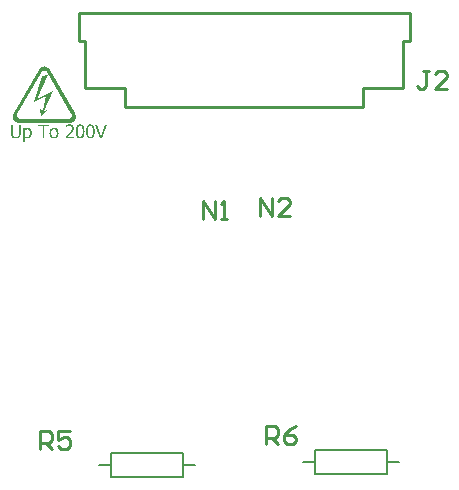
<source format=gto>
G04*
G04 #@! TF.GenerationSoftware,Altium Limited,Altium Designer,18.1.7 (191)*
G04*
G04 Layer_Color=65535*
%FSLAX25Y25*%
%MOIN*%
G70*
G01*
G75*
%ADD10C,0.01000*%
%ADD11C,0.00787*%
G36*
X341281Y328475D02*
X341331Y328469D01*
X341388Y328456D01*
X341450Y328444D01*
X341519Y328425D01*
X341587Y328400D01*
X341663Y328369D01*
X341738Y328331D01*
X341812Y328288D01*
X341887Y328231D01*
X341963Y328169D01*
X342031Y328100D01*
X342094Y328019D01*
X342100Y328012D01*
X342106Y328000D01*
X342125Y327969D01*
X342144Y327938D01*
X342169Y327888D01*
X342200Y327831D01*
X342231Y327769D01*
X342263Y327694D01*
X342287Y327606D01*
X342319Y327513D01*
X342350Y327413D01*
X342375Y327300D01*
X342394Y327181D01*
X342412Y327056D01*
X342419Y326925D01*
X342425Y326781D01*
Y326769D01*
Y326744D01*
Y326700D01*
X342419Y326644D01*
X342412Y326569D01*
X342406Y326487D01*
X342394Y326394D01*
X342375Y326294D01*
X342325Y326081D01*
X342294Y325969D01*
X342256Y325856D01*
X342206Y325744D01*
X342150Y325631D01*
X342088Y325531D01*
X342019Y325431D01*
X342013Y325425D01*
X342000Y325413D01*
X341975Y325388D01*
X341944Y325356D01*
X341906Y325312D01*
X341856Y325275D01*
X341800Y325225D01*
X341738Y325181D01*
X341669Y325137D01*
X341587Y325087D01*
X341506Y325050D01*
X341412Y325012D01*
X341319Y324975D01*
X341219Y324950D01*
X341106Y324938D01*
X340994Y324931D01*
X340950D01*
X340900Y324938D01*
X340844D01*
X340769Y324944D01*
X340694Y324956D01*
X340544Y324988D01*
X340538D01*
X340512Y325000D01*
X340475Y325012D01*
X340425Y325031D01*
X340363Y325056D01*
X340294Y325087D01*
X340150Y325163D01*
Y323750D01*
X339581D01*
Y328387D01*
X340150D01*
Y328031D01*
X340162Y328038D01*
X340188Y328063D01*
X340231Y328100D01*
X340287Y328144D01*
X340356Y328194D01*
X340438Y328244D01*
X340525Y328300D01*
X340619Y328350D01*
X340631Y328356D01*
X340663Y328369D01*
X340719Y328394D01*
X340788Y328419D01*
X340875Y328437D01*
X340969Y328463D01*
X341075Y328475D01*
X341188Y328481D01*
X341244D01*
X341281Y328475D01*
D02*
G37*
G36*
X365844Y325000D02*
X365194D01*
X363644Y329519D01*
X364281Y329519D01*
X365531Y325769D01*
X366781Y329519D01*
X367400D01*
X365844Y325000D01*
D02*
G37*
G36*
X338762Y326694D02*
Y326688D01*
Y326675D01*
Y326650D01*
Y326612D01*
Y326575D01*
X338756Y326525D01*
X338750Y326419D01*
X338738Y326294D01*
X338719Y326156D01*
X338694Y326019D01*
X338663Y325887D01*
Y325881D01*
X338656Y325875D01*
X338650Y325856D01*
X338644Y325831D01*
X338619Y325769D01*
X338587Y325688D01*
X338544Y325600D01*
X338481Y325506D01*
X338412Y325413D01*
X338331Y325319D01*
X338319Y325312D01*
X338294Y325288D01*
X338250Y325250D01*
X338188Y325200D01*
X338112Y325150D01*
X338025Y325100D01*
X337931Y325050D01*
X337825Y325006D01*
X337812Y325000D01*
X337775Y324994D01*
X337713Y324975D01*
X337631Y324956D01*
X337531Y324938D01*
X337413Y324925D01*
X337275Y324913D01*
X337125Y324906D01*
X337056D01*
X337025Y324913D01*
X336987D01*
X336894Y324919D01*
X336781Y324931D01*
X336669Y324950D01*
X336550Y324975D01*
X336431Y325006D01*
X336425D01*
X336419Y325012D01*
X336381Y325025D01*
X336325Y325050D01*
X336256Y325087D01*
X336181Y325131D01*
X336094Y325181D01*
X336006Y325244D01*
X335925Y325319D01*
X335912Y325331D01*
X335888Y325362D01*
X335844Y325413D01*
X335800Y325481D01*
X335744Y325563D01*
X335687Y325656D01*
X335637Y325763D01*
X335594Y325881D01*
Y325887D01*
X335588Y325894D01*
Y325912D01*
X335581Y325944D01*
X335575Y325975D01*
X335562Y326012D01*
X335550Y326106D01*
X335531Y326225D01*
X335512Y326362D01*
X335506Y326519D01*
X335500Y326694D01*
Y329519D01*
X336100D01*
Y326700D01*
Y326694D01*
Y326688D01*
Y326650D01*
Y326588D01*
X336106Y326519D01*
Y326437D01*
X336119Y326350D01*
X336125Y326256D01*
X336138Y326175D01*
Y326169D01*
X336144Y326137D01*
X336156Y326100D01*
X336169Y326050D01*
X336194Y325988D01*
X336219Y325925D01*
X336256Y325856D01*
X336294Y325794D01*
X336300Y325787D01*
X336319Y325763D01*
X336344Y325731D01*
X336381Y325694D01*
X336425Y325650D01*
X336481Y325600D01*
X336544Y325556D01*
X336619Y325519D01*
X336631Y325513D01*
X336656Y325506D01*
X336700Y325487D01*
X336762Y325475D01*
X336831Y325456D01*
X336919Y325437D01*
X337019Y325431D01*
X337125Y325425D01*
X337175D01*
X337225Y325431D01*
X337294Y325437D01*
X337369Y325450D01*
X337456Y325463D01*
X337544Y325487D01*
X337625Y325519D01*
X337637Y325525D01*
X337663Y325537D01*
X337700Y325556D01*
X337750Y325588D01*
X337806Y325625D01*
X337862Y325675D01*
X337913Y325731D01*
X337963Y325794D01*
X337969Y325800D01*
X337981Y325825D01*
X338000Y325856D01*
X338025Y325906D01*
X338050Y325962D01*
X338075Y326025D01*
X338100Y326094D01*
X338119Y326169D01*
Y326181D01*
X338125Y326206D01*
X338131Y326250D01*
X338144Y326312D01*
X338150Y326388D01*
X338156Y326475D01*
X338162Y326575D01*
Y326688D01*
Y329519D01*
X338762D01*
Y326694D01*
D02*
G37*
G36*
X355175Y329606D02*
X355225Y329600D01*
X355288Y329594D01*
X355356Y329588D01*
X355431Y329569D01*
X355588Y329531D01*
X355750Y329469D01*
X355831Y329431D01*
X355912Y329387D01*
X355988Y329338D01*
X356056Y329275D01*
X356063Y329269D01*
X356075Y329262D01*
X356087Y329238D01*
X356113Y329212D01*
X356137Y329181D01*
X356169Y329137D01*
X356206Y329087D01*
X356238Y329037D01*
X356269Y328975D01*
X356306Y328906D01*
X356337Y328831D01*
X356363Y328750D01*
X356387Y328662D01*
X356406Y328569D01*
X356413Y328469D01*
X356419Y328362D01*
Y328350D01*
Y328319D01*
Y328269D01*
X356413Y328206D01*
X356406Y328131D01*
X356394Y328044D01*
X356356Y327875D01*
Y327863D01*
X356344Y327837D01*
X356331Y327794D01*
X356312Y327737D01*
X356288Y327675D01*
X356256Y327606D01*
X356181Y327463D01*
X356175Y327456D01*
X356163Y327431D01*
X356137Y327387D01*
X356106Y327338D01*
X356069Y327281D01*
X356019Y327213D01*
X355912Y327069D01*
X355906Y327063D01*
X355888Y327038D01*
X355856Y327000D01*
X355813Y326950D01*
X355763Y326894D01*
X355706Y326825D01*
X355581Y326688D01*
Y326681D01*
X355569Y326675D01*
X355550Y326656D01*
X355531Y326631D01*
X355475Y326569D01*
X355394Y326487D01*
X355300Y326394D01*
X355194Y326281D01*
X355069Y326169D01*
X354944Y326044D01*
X354938Y326038D01*
X354931Y326031D01*
X354912Y326012D01*
X354888Y325988D01*
X354825Y325931D01*
X354744Y325856D01*
X354650Y325769D01*
X354556Y325681D01*
X354469Y325600D01*
X354381Y325519D01*
X356606D01*
Y325000D01*
X353819D01*
Y325631D01*
X353825Y325638D01*
X353831Y325644D01*
X353869Y325681D01*
X353925Y325738D01*
X354000Y325806D01*
X354087Y325887D01*
X354181Y325981D01*
X354381Y326175D01*
X354387Y326181D01*
X354394Y326187D01*
X354425Y326219D01*
X354481Y326275D01*
X354550Y326344D01*
X354625Y326425D01*
X354719Y326519D01*
X354813Y326619D01*
X354906Y326725D01*
X354912Y326731D01*
X354931Y326750D01*
X354956Y326781D01*
X354988Y326819D01*
X355031Y326869D01*
X355081Y326925D01*
X355131Y326988D01*
X355188Y327050D01*
X355300Y327194D01*
X355419Y327350D01*
X355525Y327494D01*
X355569Y327569D01*
X355606Y327631D01*
Y327638D01*
X355612Y327650D01*
X355625Y327662D01*
X355638Y327694D01*
X355669Y327756D01*
X355706Y327850D01*
X355737Y327956D01*
X355769Y328075D01*
X355794Y328206D01*
X355800Y328338D01*
Y328344D01*
Y328369D01*
Y328406D01*
X355794Y328450D01*
X355787Y328506D01*
X355775Y328556D01*
X355737Y328669D01*
Y328675D01*
X355725Y328694D01*
X355713Y328719D01*
X355694Y328750D01*
X355644Y328831D01*
X355575Y328906D01*
X355569Y328912D01*
X355556Y328919D01*
X355531Y328938D01*
X355506Y328956D01*
X355469Y328981D01*
X355425Y329006D01*
X355325Y329044D01*
X355319D01*
X355300Y329050D01*
X355275Y329063D01*
X355238Y329069D01*
X355194Y329081D01*
X355144Y329087D01*
X355025Y329094D01*
X354962D01*
X354925Y329087D01*
X354875Y329081D01*
X354819Y329075D01*
X354694Y329050D01*
X354688D01*
X354669Y329044D01*
X354638Y329031D01*
X354594Y329019D01*
X354544Y329006D01*
X354494Y328988D01*
X354381Y328944D01*
X354375D01*
X354356Y328938D01*
X354331Y328925D01*
X354300Y328912D01*
X354219Y328869D01*
X354131Y328819D01*
X354125D01*
X354113Y328806D01*
X354094Y328794D01*
X354069Y328775D01*
X354006Y328737D01*
X353944Y328694D01*
X353912D01*
Y329338D01*
X353919Y329344D01*
X353950Y329356D01*
X353988Y329375D01*
X354050Y329394D01*
X354119Y329425D01*
X354212Y329456D01*
X354312Y329487D01*
X354431Y329519D01*
X354437D01*
X354444Y329525D01*
X354463D01*
X354487Y329531D01*
X354556Y329550D01*
X354638Y329569D01*
X354737Y329581D01*
X354844Y329600D01*
X354956Y329606D01*
X355069Y329612D01*
X355131D01*
X355175Y329606D01*
D02*
G37*
G36*
X348175Y328988D02*
X346656D01*
Y325000D01*
X346056D01*
Y328988D01*
X344537D01*
Y329519D01*
X348175D01*
Y328988D01*
D02*
G37*
G36*
X362037Y329606D02*
X362094D01*
X362150Y329594D01*
X362225Y329581D01*
X362300Y329562D01*
X362387Y329538D01*
X362475Y329506D01*
X362562Y329469D01*
X362656Y329419D01*
X362744Y329363D01*
X362831Y329300D01*
X362913Y329219D01*
X362994Y329131D01*
X363063Y329025D01*
X363069Y329019D01*
X363075Y329000D01*
X363094Y328962D01*
X363119Y328912D01*
X363144Y328850D01*
X363175Y328775D01*
X363206Y328688D01*
X363238Y328581D01*
X363269Y328469D01*
X363300Y328338D01*
X363331Y328187D01*
X363356Y328031D01*
X363381Y327856D01*
X363400Y327669D01*
X363406Y327469D01*
X363412Y327256D01*
Y327250D01*
Y327244D01*
Y327225D01*
Y327206D01*
Y327144D01*
X363406Y327056D01*
X363400Y326956D01*
X363394Y326844D01*
X363381Y326719D01*
X363369Y326581D01*
X363350Y326437D01*
X363325Y326288D01*
X363300Y326137D01*
X363263Y325994D01*
X363219Y325850D01*
X363175Y325712D01*
X363119Y325588D01*
X363056Y325475D01*
X363050Y325469D01*
X363037Y325450D01*
X363019Y325425D01*
X362987Y325388D01*
X362950Y325344D01*
X362906Y325294D01*
X362850Y325244D01*
X362788Y325194D01*
X362713Y325137D01*
X362637Y325087D01*
X362544Y325038D01*
X362450Y324994D01*
X362344Y324956D01*
X362225Y324931D01*
X362100Y324913D01*
X361969Y324906D01*
X361937D01*
X361900Y324913D01*
X361844D01*
X361781Y324925D01*
X361713Y324938D01*
X361637Y324956D01*
X361550Y324981D01*
X361462Y325006D01*
X361369Y325044D01*
X361281Y325094D01*
X361188Y325150D01*
X361100Y325213D01*
X361019Y325294D01*
X360938Y325381D01*
X360869Y325481D01*
X360862Y325487D01*
X360856Y325506D01*
X360838Y325544D01*
X360812Y325594D01*
X360788Y325650D01*
X360763Y325731D01*
X360731Y325819D01*
X360700Y325919D01*
X360663Y326038D01*
X360631Y326169D01*
X360606Y326319D01*
X360581Y326475D01*
X360556Y326650D01*
X360538Y326837D01*
X360531Y327038D01*
X360525Y327256D01*
Y327262D01*
Y327269D01*
Y327288D01*
Y327312D01*
Y327375D01*
X360531Y327456D01*
X360538Y327556D01*
X360544Y327675D01*
X360556Y327800D01*
X360569Y327938D01*
X360588Y328081D01*
X360613Y328231D01*
X360675Y328525D01*
X360713Y328669D01*
X360763Y328806D01*
X360812Y328931D01*
X360875Y329044D01*
X360881Y329050D01*
X360894Y329069D01*
X360912Y329094D01*
X360944Y329131D01*
X360981Y329175D01*
X361025Y329225D01*
X361081Y329275D01*
X361144Y329331D01*
X361219Y329381D01*
X361300Y329431D01*
X361387Y329481D01*
X361488Y329525D01*
X361594Y329562D01*
X361713Y329588D01*
X361838Y329606D01*
X361969Y329612D01*
X362000D01*
X362037Y329606D01*
D02*
G37*
G36*
X358644D02*
X358700D01*
X358756Y329594D01*
X358831Y329581D01*
X358906Y329562D01*
X358994Y329538D01*
X359081Y329506D01*
X359169Y329469D01*
X359262Y329419D01*
X359350Y329363D01*
X359437Y329300D01*
X359519Y329219D01*
X359600Y329131D01*
X359669Y329025D01*
X359675Y329019D01*
X359681Y329000D01*
X359700Y328962D01*
X359725Y328912D01*
X359750Y328850D01*
X359781Y328775D01*
X359812Y328688D01*
X359844Y328581D01*
X359875Y328469D01*
X359906Y328338D01*
X359938Y328187D01*
X359963Y328031D01*
X359987Y327856D01*
X360006Y327669D01*
X360013Y327469D01*
X360019Y327256D01*
Y327250D01*
Y327244D01*
Y327225D01*
Y327206D01*
Y327144D01*
X360013Y327056D01*
X360006Y326956D01*
X360000Y326844D01*
X359987Y326719D01*
X359975Y326581D01*
X359956Y326437D01*
X359931Y326288D01*
X359906Y326137D01*
X359869Y325994D01*
X359825Y325850D01*
X359781Y325712D01*
X359725Y325588D01*
X359663Y325475D01*
X359656Y325469D01*
X359644Y325450D01*
X359625Y325425D01*
X359594Y325388D01*
X359556Y325344D01*
X359512Y325294D01*
X359456Y325244D01*
X359394Y325194D01*
X359319Y325137D01*
X359244Y325087D01*
X359150Y325038D01*
X359056Y324994D01*
X358950Y324956D01*
X358831Y324931D01*
X358706Y324913D01*
X358575Y324906D01*
X358544D01*
X358506Y324913D01*
X358450D01*
X358387Y324925D01*
X358319Y324938D01*
X358244Y324956D01*
X358156Y324981D01*
X358069Y325006D01*
X357975Y325044D01*
X357888Y325094D01*
X357794Y325150D01*
X357706Y325213D01*
X357625Y325294D01*
X357544Y325381D01*
X357475Y325481D01*
X357469Y325487D01*
X357463Y325506D01*
X357444Y325544D01*
X357419Y325594D01*
X357394Y325650D01*
X357369Y325731D01*
X357337Y325819D01*
X357306Y325919D01*
X357269Y326038D01*
X357238Y326169D01*
X357212Y326319D01*
X357188Y326475D01*
X357162Y326650D01*
X357144Y326837D01*
X357137Y327038D01*
X357131Y327256D01*
Y327262D01*
Y327269D01*
Y327288D01*
Y327312D01*
Y327375D01*
X357137Y327456D01*
X357144Y327556D01*
X357150Y327675D01*
X357162Y327800D01*
X357175Y327938D01*
X357194Y328081D01*
X357219Y328231D01*
X357281Y328525D01*
X357319Y328669D01*
X357369Y328806D01*
X357419Y328931D01*
X357481Y329044D01*
X357488Y329050D01*
X357500Y329069D01*
X357519Y329094D01*
X357550Y329131D01*
X357588Y329175D01*
X357631Y329225D01*
X357687Y329275D01*
X357750Y329331D01*
X357825Y329381D01*
X357906Y329431D01*
X357994Y329481D01*
X358094Y329525D01*
X358200Y329562D01*
X358319Y329588D01*
X358444Y329606D01*
X358575Y329612D01*
X358606D01*
X358644Y329606D01*
D02*
G37*
G36*
X349969Y328475D02*
X350031Y328469D01*
X350094Y328456D01*
X350169Y328444D01*
X350250Y328425D01*
X350338Y328400D01*
X350425Y328369D01*
X350519Y328331D01*
X350612Y328281D01*
X350700Y328231D01*
X350794Y328169D01*
X350875Y328094D01*
X350956Y328012D01*
X350962Y328006D01*
X350975Y327994D01*
X350994Y327962D01*
X351019Y327925D01*
X351050Y327875D01*
X351087Y327819D01*
X351125Y327750D01*
X351163Y327669D01*
X351200Y327581D01*
X351238Y327481D01*
X351275Y327375D01*
X351306Y327256D01*
X351331Y327125D01*
X351350Y326988D01*
X351362Y326844D01*
X351369Y326688D01*
Y326675D01*
Y326650D01*
Y326606D01*
X351362Y326544D01*
X351356Y326475D01*
X351350Y326394D01*
X351338Y326300D01*
X351319Y326200D01*
X351269Y325988D01*
X351238Y325881D01*
X351194Y325769D01*
X351150Y325662D01*
X351094Y325556D01*
X351031Y325463D01*
X350956Y325369D01*
X350950Y325362D01*
X350938Y325350D01*
X350912Y325325D01*
X350881Y325294D01*
X350837Y325262D01*
X350787Y325225D01*
X350731Y325181D01*
X350662Y325137D01*
X350588Y325094D01*
X350506Y325050D01*
X350419Y325012D01*
X350319Y324981D01*
X350213Y324950D01*
X350100Y324925D01*
X349981Y324913D01*
X349856Y324906D01*
X349825D01*
X349787Y324913D01*
X349738D01*
X349681Y324919D01*
X349612Y324931D01*
X349537Y324944D01*
X349450Y324969D01*
X349362Y324994D01*
X349275Y325025D01*
X349181Y325062D01*
X349088Y325106D01*
X349000Y325163D01*
X348906Y325225D01*
X348825Y325300D01*
X348744Y325381D01*
X348738Y325388D01*
X348725Y325406D01*
X348706Y325431D01*
X348681Y325469D01*
X348650Y325519D01*
X348619Y325575D01*
X348581Y325644D01*
X348544Y325725D01*
X348506Y325813D01*
X348469Y325912D01*
X348438Y326019D01*
X348406Y326137D01*
X348381Y326262D01*
X348362Y326394D01*
X348350Y326537D01*
X348344Y326688D01*
Y326700D01*
Y326725D01*
Y326769D01*
X348350Y326825D01*
X348356Y326900D01*
X348369Y326981D01*
X348381Y327075D01*
X348394Y327169D01*
X348444Y327381D01*
X348475Y327494D01*
X348519Y327600D01*
X348563Y327712D01*
X348619Y327813D01*
X348681Y327912D01*
X348756Y328006D01*
X348762Y328012D01*
X348775Y328025D01*
X348800Y328050D01*
X348831Y328081D01*
X348875Y328119D01*
X348925Y328156D01*
X348981Y328200D01*
X349050Y328244D01*
X349125Y328288D01*
X349206Y328331D01*
X349300Y328369D01*
X349400Y328406D01*
X349500Y328437D01*
X349612Y328463D01*
X349731Y328475D01*
X349856Y328481D01*
X349925D01*
X349969Y328475D01*
D02*
G37*
G36*
X346950Y348875D02*
X347150Y348825D01*
X347375Y348750D01*
X347600Y348650D01*
X347850Y348525D01*
X348100Y348325D01*
X348125Y348300D01*
X348175Y348250D01*
X348250Y348175D01*
X348325Y348100D01*
X348350Y348075D01*
X348375Y348025D01*
X348500Y347850D01*
X356875Y333325D01*
X356900Y333300D01*
X356950Y333200D01*
X357000Y333050D01*
X357075Y332850D01*
X357125Y332625D01*
X357150Y332375D01*
X357175Y332075D01*
X357125Y331775D01*
Y331750D01*
X357100Y331700D01*
X357075Y331600D01*
X357025Y331475D01*
Y331450D01*
X357000Y331400D01*
X356975Y331300D01*
X356900Y331175D01*
X356875Y331150D01*
X356825Y331050D01*
X356725Y330925D01*
X356600Y330775D01*
X356425Y330625D01*
X356225Y330450D01*
X355975Y330325D01*
X355700Y330200D01*
X355675D01*
X355575Y330175D01*
X355475Y330150D01*
X355400Y330125D01*
X355325D01*
X355200Y330100D01*
X338150D01*
X338000Y330125D01*
X337800Y330175D01*
X337550Y330225D01*
X337300Y330325D01*
X337050Y330475D01*
X336800Y330675D01*
X336775Y330700D01*
X336725Y330750D01*
X336600Y330900D01*
X336575Y330925D01*
X336525Y330975D01*
X336475Y331075D01*
X336425Y331175D01*
X336400D01*
X336375Y331200D01*
X336350Y331300D01*
X336275Y331450D01*
X336225Y331625D01*
X336175Y331850D01*
X336125Y332100D01*
Y332375D01*
X336175Y332675D01*
Y332700D01*
X336200Y332800D01*
X336225Y332900D01*
X336250Y332975D01*
Y333000D01*
X336275Y333050D01*
X336325Y333125D01*
X336375Y333250D01*
X336400Y333275D01*
Y333300D01*
X344775Y347800D01*
Y347825D01*
X344825Y347875D01*
X344875Y347950D01*
X344950Y348050D01*
X345150Y348275D01*
X345425Y348500D01*
X345400D01*
X345450Y348525D01*
X345500Y348575D01*
X345575Y348625D01*
X345600Y348650D01*
X345675Y348675D01*
X345775Y348725D01*
X345900Y348775D01*
X346050Y348825D01*
X346250Y348850D01*
X346450Y348900D01*
X346800D01*
X346950Y348875D01*
D02*
G37*
%LPC*%
G36*
X341050Y327938D02*
X341006D01*
X340963Y327931D01*
X340900Y327925D01*
X340825Y327912D01*
X340750Y327888D01*
X340663Y327863D01*
X340575Y327825D01*
X340563Y327819D01*
X340538Y327806D01*
X340494Y327781D01*
X340438Y327750D01*
X340375Y327712D01*
X340300Y327662D01*
X340225Y327612D01*
X340150Y327550D01*
Y325631D01*
X340162Y325625D01*
X340188Y325612D01*
X340231Y325594D01*
X340281Y325569D01*
X340344Y325544D01*
X340406Y325519D01*
X340469Y325500D01*
X340531Y325481D01*
X340538D01*
X340563Y325475D01*
X340594Y325469D01*
X340637Y325463D01*
X340694Y325456D01*
X340756Y325450D01*
X340825Y325444D01*
X340944D01*
X340975Y325450D01*
X341013Y325456D01*
X341056Y325463D01*
X341150Y325481D01*
X341263Y325519D01*
X341375Y325581D01*
X341431Y325612D01*
X341488Y325656D01*
X341537Y325706D01*
X341587Y325763D01*
Y325769D01*
X341600Y325775D01*
X341613Y325794D01*
X341625Y325825D01*
X341644Y325856D01*
X341669Y325900D01*
X341687Y325950D01*
X341712Y326006D01*
X341738Y326069D01*
X341756Y326137D01*
X341781Y326213D01*
X341800Y326300D01*
X341812Y326394D01*
X341825Y326494D01*
X341838Y326600D01*
Y326712D01*
Y326719D01*
Y326737D01*
Y326769D01*
Y326806D01*
X341831Y326856D01*
X341825Y326912D01*
X341812Y327044D01*
X341794Y327187D01*
X341756Y327338D01*
X341712Y327481D01*
X341650Y327612D01*
Y327619D01*
X341644Y327625D01*
X341613Y327662D01*
X341569Y327712D01*
X341506Y327775D01*
X341419Y327837D01*
X341319Y327888D01*
X341194Y327925D01*
X341125Y327931D01*
X341050Y327938D01*
D02*
G37*
G36*
X361969Y329113D02*
X361925D01*
X361881Y329106D01*
X361819Y329100D01*
X361756Y329081D01*
X361681Y329063D01*
X361613Y329031D01*
X361550Y328988D01*
X361544Y328981D01*
X361525Y328962D01*
X361494Y328938D01*
X361462Y328900D01*
X361419Y328850D01*
X361381Y328787D01*
X361337Y328713D01*
X361300Y328631D01*
X361294Y328619D01*
X361287Y328588D01*
X361269Y328538D01*
X361250Y328469D01*
X361231Y328387D01*
X361206Y328288D01*
X361188Y328169D01*
X361175Y328044D01*
Y328038D01*
Y328025D01*
Y328006D01*
X361169Y327981D01*
Y327950D01*
X361162Y327912D01*
Y327813D01*
X361156Y327700D01*
X361150Y327562D01*
X361144Y327419D01*
Y327256D01*
Y327250D01*
Y327238D01*
Y327213D01*
Y327175D01*
Y327137D01*
Y327087D01*
X361150Y326981D01*
Y326856D01*
X361156Y326719D01*
X361162Y326588D01*
X361169Y326463D01*
Y326456D01*
Y326450D01*
X361175Y326431D01*
Y326406D01*
X361181Y326350D01*
X361194Y326269D01*
X361212Y326181D01*
X361238Y326087D01*
X361294Y325887D01*
X361300Y325875D01*
X361313Y325850D01*
X361331Y325806D01*
X361356Y325756D01*
X361394Y325700D01*
X361438Y325638D01*
X361488Y325581D01*
X361544Y325531D01*
X361550Y325525D01*
X361575Y325513D01*
X361606Y325494D01*
X361656Y325469D01*
X361719Y325444D01*
X361794Y325425D01*
X361875Y325413D01*
X361969Y325406D01*
X362013D01*
X362056Y325413D01*
X362112Y325419D01*
X362175Y325437D01*
X362244Y325456D01*
X362313Y325487D01*
X362375Y325525D01*
X362381Y325531D01*
X362400Y325550D01*
X362431Y325575D01*
X362469Y325612D01*
X362506Y325662D01*
X362550Y325725D01*
X362594Y325800D01*
X362631Y325881D01*
X362637Y325894D01*
X362644Y325925D01*
X362663Y325969D01*
X362681Y326038D01*
X362700Y326119D01*
X362719Y326219D01*
X362737Y326325D01*
X362756Y326450D01*
Y326456D01*
Y326469D01*
X362762Y326487D01*
Y326513D01*
Y326544D01*
X362769Y326581D01*
X362775Y326681D01*
X362781Y326800D01*
X362788Y326938D01*
X362794Y327087D01*
Y327256D01*
Y327262D01*
Y327275D01*
Y327300D01*
Y327338D01*
Y327375D01*
Y327425D01*
X362788Y327531D01*
Y327662D01*
X362781Y327800D01*
X362769Y327938D01*
X362756Y328069D01*
Y328075D01*
Y328081D01*
X362750Y328100D01*
Y328125D01*
X362737Y328187D01*
X362725Y328269D01*
X362706Y328356D01*
X362687Y328456D01*
X362656Y328550D01*
X362625Y328638D01*
X362619Y328650D01*
X362606Y328675D01*
X362587Y328719D01*
X362562Y328769D01*
X362525Y328825D01*
X362481Y328881D01*
X362431Y328938D01*
X362375Y328988D01*
X362369Y328994D01*
X362350Y329006D01*
X362313Y329025D01*
X362269Y329050D01*
X362206Y329075D01*
X362138Y329094D01*
X362056Y329106D01*
X361969Y329113D01*
D02*
G37*
G36*
X358575D02*
X358531D01*
X358488Y329106D01*
X358425Y329100D01*
X358363Y329081D01*
X358288Y329063D01*
X358219Y329031D01*
X358156Y328988D01*
X358150Y328981D01*
X358131Y328962D01*
X358100Y328938D01*
X358069Y328900D01*
X358025Y328850D01*
X357987Y328787D01*
X357944Y328713D01*
X357906Y328631D01*
X357900Y328619D01*
X357894Y328588D01*
X357875Y328538D01*
X357856Y328469D01*
X357838Y328387D01*
X357812Y328288D01*
X357794Y328169D01*
X357781Y328044D01*
Y328038D01*
Y328025D01*
Y328006D01*
X357775Y327981D01*
Y327950D01*
X357769Y327912D01*
Y327813D01*
X357763Y327700D01*
X357756Y327562D01*
X357750Y327419D01*
Y327256D01*
Y327250D01*
Y327238D01*
Y327213D01*
Y327175D01*
Y327137D01*
Y327087D01*
X357756Y326981D01*
Y326856D01*
X357763Y326719D01*
X357769Y326588D01*
X357775Y326463D01*
Y326456D01*
Y326450D01*
X357781Y326431D01*
Y326406D01*
X357787Y326350D01*
X357800Y326269D01*
X357819Y326181D01*
X357844Y326087D01*
X357900Y325887D01*
X357906Y325875D01*
X357919Y325850D01*
X357938Y325806D01*
X357962Y325756D01*
X358000Y325700D01*
X358044Y325638D01*
X358094Y325581D01*
X358150Y325531D01*
X358156Y325525D01*
X358181Y325513D01*
X358212Y325494D01*
X358262Y325469D01*
X358325Y325444D01*
X358400Y325425D01*
X358481Y325413D01*
X358575Y325406D01*
X358619D01*
X358663Y325413D01*
X358719Y325419D01*
X358781Y325437D01*
X358850Y325456D01*
X358919Y325487D01*
X358981Y325525D01*
X358987Y325531D01*
X359006Y325550D01*
X359037Y325575D01*
X359075Y325612D01*
X359113Y325662D01*
X359156Y325725D01*
X359200Y325800D01*
X359238Y325881D01*
X359244Y325894D01*
X359250Y325925D01*
X359269Y325969D01*
X359288Y326038D01*
X359306Y326119D01*
X359325Y326219D01*
X359344Y326325D01*
X359363Y326450D01*
Y326456D01*
Y326469D01*
X359369Y326487D01*
Y326513D01*
Y326544D01*
X359375Y326581D01*
X359381Y326681D01*
X359387Y326800D01*
X359394Y326938D01*
X359400Y327087D01*
Y327256D01*
Y327262D01*
Y327275D01*
Y327300D01*
Y327338D01*
Y327375D01*
Y327425D01*
X359394Y327531D01*
Y327662D01*
X359387Y327800D01*
X359375Y327938D01*
X359363Y328069D01*
Y328075D01*
Y328081D01*
X359356Y328100D01*
Y328125D01*
X359344Y328187D01*
X359331Y328269D01*
X359313Y328356D01*
X359294Y328456D01*
X359262Y328550D01*
X359231Y328638D01*
X359225Y328650D01*
X359212Y328675D01*
X359194Y328719D01*
X359169Y328769D01*
X359131Y328825D01*
X359087Y328881D01*
X359037Y328938D01*
X358981Y328988D01*
X358975Y328994D01*
X358956Y329006D01*
X358919Y329025D01*
X358875Y329050D01*
X358812Y329075D01*
X358744Y329094D01*
X358663Y329106D01*
X358575Y329113D01*
D02*
G37*
G36*
X349856Y327981D02*
X349813D01*
X349781Y327975D01*
X349744Y327969D01*
X349706Y327962D01*
X349606Y327944D01*
X349494Y327906D01*
X349381Y327850D01*
X349325Y327813D01*
X349269Y327769D01*
X349219Y327719D01*
X349169Y327662D01*
Y327656D01*
X349156Y327650D01*
X349150Y327631D01*
X349131Y327600D01*
X349113Y327569D01*
X349094Y327525D01*
X349075Y327475D01*
X349050Y327419D01*
X349025Y327356D01*
X349006Y327288D01*
X348988Y327206D01*
X348969Y327119D01*
X348956Y327019D01*
X348944Y326919D01*
X348931Y326806D01*
Y326688D01*
Y326681D01*
Y326662D01*
Y326625D01*
X348938Y326581D01*
Y326531D01*
X348944Y326469D01*
X348950Y326406D01*
X348962Y326331D01*
X348988Y326175D01*
X349031Y326019D01*
X349088Y325869D01*
X349125Y325794D01*
X349169Y325731D01*
Y325725D01*
X349181Y325719D01*
X349213Y325681D01*
X349269Y325631D01*
X349344Y325569D01*
X349444Y325506D01*
X349563Y325456D01*
X349700Y325419D01*
X349775Y325413D01*
X349856Y325406D01*
X349900D01*
X349931Y325413D01*
X349962Y325419D01*
X350006Y325425D01*
X350106Y325444D01*
X350213Y325481D01*
X350331Y325544D01*
X350381Y325575D01*
X350437Y325619D01*
X350487Y325669D01*
X350537Y325725D01*
Y325731D01*
X350550Y325738D01*
X350563Y325756D01*
X350575Y325787D01*
X350594Y325819D01*
X350612Y325863D01*
X350638Y325906D01*
X350662Y325962D01*
X350681Y326031D01*
X350706Y326100D01*
X350725Y326181D01*
X350744Y326269D01*
X350756Y326362D01*
X350769Y326463D01*
X350781Y326569D01*
Y326688D01*
Y326694D01*
Y326719D01*
Y326750D01*
X350775Y326794D01*
Y326850D01*
X350769Y326912D01*
X350763Y326981D01*
X350750Y327056D01*
X350725Y327213D01*
X350681Y327375D01*
X350619Y327531D01*
X350581Y327600D01*
X350537Y327662D01*
Y327669D01*
X350525Y327675D01*
X350494Y327712D01*
X350437Y327763D01*
X350362Y327825D01*
X350269Y327881D01*
X350150Y327931D01*
X350012Y327969D01*
X349938Y327975D01*
X349856Y327981D01*
D02*
G37*
G36*
X346825Y347475D02*
X346600D01*
X346450Y347450D01*
X346275Y347425D01*
X346075Y347325D01*
X346050Y347300D01*
X346025Y347275D01*
X345975D01*
X345950Y347250D01*
X345850Y347175D01*
X345750Y347050D01*
X345650Y346900D01*
X345625Y346875D01*
X337675Y333100D01*
Y333075D01*
Y333050D01*
X337650Y333025D01*
X337600Y332925D01*
Y332900D01*
X337575Y332850D01*
X337550Y332800D01*
Y332750D01*
Y332725D01*
Y332675D01*
X337525Y332600D01*
Y332500D01*
X337550Y332225D01*
X337600Y332100D01*
X337675Y331950D01*
X337700Y331900D01*
X337775Y331800D01*
X337800Y331775D01*
X337900Y331675D01*
X337925D01*
X337950Y331625D01*
X338025Y331575D01*
X338125Y331525D01*
X338375Y331425D01*
X338525Y331400D01*
X338700Y331375D01*
X354800D01*
X354850Y331400D01*
X354925Y331425D01*
X354975Y331450D01*
X354950Y331425D01*
X354975D01*
X355025Y331450D01*
X355100Y331475D01*
X355200Y331550D01*
X355425Y331700D01*
X355525Y331825D01*
X355625Y331950D01*
Y331975D01*
X355650Y332000D01*
X355700Y332125D01*
X355750Y332300D01*
X355775Y332525D01*
Y332550D01*
Y332575D01*
Y332625D01*
Y332675D01*
X355750Y332775D01*
X355700Y332950D01*
X355625Y333125D01*
X355600D01*
X347650Y346900D01*
Y346925D01*
X347600Y346975D01*
X347550Y347050D01*
X347525Y347075D01*
X347500Y347125D01*
X347425Y347175D01*
X347400Y347200D01*
X347375Y347225D01*
X347300Y347275D01*
X347200Y347325D01*
X346950Y347425D01*
X346825Y347475D01*
D02*
G37*
%LPD*%
G36*
X344350Y338025D02*
X349600Y340725D01*
X346400Y334125D01*
X347550Y334400D01*
X345650Y332175D01*
X345200Y334825D01*
X346075Y334150D01*
X347325Y338925D01*
X343300Y336925D01*
X345875Y345850D01*
X347775Y345925D01*
X344350Y338025D01*
D02*
G37*
D10*
X373628Y335450D02*
X452594Y335450D01*
X373628Y335450D02*
Y341740D01*
X360238D02*
X373628D01*
X360238D02*
Y357540D01*
X358038D02*
X360238D01*
X358038D02*
Y366640D01*
X468342Y366640D01*
X468408Y357540D02*
Y366640D01*
X466209Y357540D02*
X468408D01*
X466209Y341740D02*
Y357540D01*
X452818Y341740D02*
X466209D01*
X452818Y335450D02*
Y341740D01*
X399500Y298000D02*
Y303998D01*
X403499Y298000D01*
Y303998D01*
X405498Y298000D02*
X407497D01*
X406498D01*
Y303998D01*
X405498Y302998D01*
X418500Y299000D02*
Y304998D01*
X422499Y299000D01*
Y304998D01*
X428497Y299000D02*
X424498D01*
X428497Y302999D01*
Y303998D01*
X427497Y304998D01*
X425498D01*
X424498Y303998D01*
X345122Y221500D02*
Y227498D01*
X348120D01*
X349120Y226498D01*
Y224499D01*
X348120Y223499D01*
X345122D01*
X347121D02*
X349120Y221500D01*
X355118Y227498D02*
X351120D01*
Y224499D01*
X353119Y225499D01*
X354119D01*
X355118Y224499D01*
Y222500D01*
X354119Y221500D01*
X352119D01*
X351120Y222500D01*
X420500Y223000D02*
Y228998D01*
X423499D01*
X424499Y227998D01*
Y225999D01*
X423499Y224999D01*
X420500D01*
X422499D02*
X424499Y223000D01*
X430497Y228998D02*
X428497Y227998D01*
X426498Y225999D01*
Y224000D01*
X427498Y223000D01*
X429497D01*
X430497Y224000D01*
Y224999D01*
X429497Y225999D01*
X426498D01*
X474875Y347498D02*
X472876D01*
X473876D01*
Y342500D01*
X472876Y341500D01*
X471876D01*
X470877Y342500D01*
X480873Y341500D02*
X476875D01*
X480873Y345499D01*
Y346498D01*
X479874Y347498D01*
X477874D01*
X476875Y346498D01*
D11*
X369000Y212000D02*
Y220000D01*
X393000D01*
Y212000D02*
Y220000D01*
X369000Y212000D02*
X393000D01*
X365000Y216000D02*
X369000D01*
X393000D02*
X397000D01*
X437000Y213000D02*
Y221000D01*
X461000D01*
Y213000D02*
Y221000D01*
X437000Y213000D02*
X461000D01*
X433000Y217000D02*
X437000D01*
X461000D02*
X465000D01*
M02*

</source>
